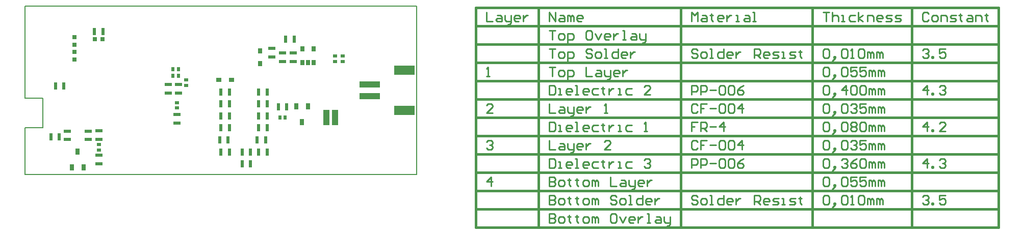
<source format=gbp>
G04*
G04 #@! TF.GenerationSoftware,Altium Limited,Altium Designer,23.10.1 (27)*
G04*
G04 Layer_Color=128*
%FSLAX44Y44*%
%MOMM*%
G71*
G04*
G04 #@! TF.SameCoordinates,12E47488-CEE1-414F-AB97-9C1FAA11A261*
G04*
G04*
G04 #@! TF.FilePolarity,Positive*
G04*
G01*
G75*
%ADD10C,0.2540*%
%ADD11C,0.2000*%
%ADD15C,0.3810*%
%ADD23R,0.5000X0.6500*%
%ADD24R,0.6500X0.5000*%
%ADD26R,1.2000X0.5500*%
%ADD27R,0.7000X0.8000*%
%ADD28R,0.5500X1.2000*%
%ADD34R,0.8000X1.0000*%
%ADD58R,3.5000X1.0000*%
%ADD59R,3.4000X1.5000*%
%ADD60R,0.8000X0.7000*%
%ADD61R,0.8000X0.9000*%
%ADD62R,0.9000X0.8000*%
%ADD64R,0.6500X0.9500*%
%ADD65R,1.0000X2.5000*%
D10*
X766007Y270185D02*
Y254950D01*
X776164D01*
X783781Y265107D02*
X788860D01*
X791399Y262568D01*
Y254950D01*
X783781D01*
X781242Y257489D01*
X783781Y260028D01*
X791399D01*
X796477Y265107D02*
Y257489D01*
X799016Y254950D01*
X806634D01*
Y252411D01*
X804095Y249872D01*
X801556D01*
X806634Y254950D02*
Y265107D01*
X819330Y254950D02*
X814251D01*
X811712Y257489D01*
Y262568D01*
X814251Y265107D01*
X819330D01*
X821869Y262568D01*
Y260028D01*
X811712D01*
X826947Y265107D02*
Y254950D01*
Y260028D01*
X829487Y262568D01*
X832026Y265107D01*
X834565D01*
X773625Y-19370D02*
Y-4135D01*
X766007Y-11753D01*
X776164D01*
X766007Y54286D02*
X768546Y56825D01*
X773625D01*
X776164Y54286D01*
Y51747D01*
X773625Y49208D01*
X771085D01*
X773625D01*
X776164Y46668D01*
Y44129D01*
X773625Y41590D01*
X768546D01*
X766007Y44129D01*
X776164Y102550D02*
X766007D01*
X776164Y112707D01*
Y115246D01*
X773625Y117785D01*
X768546D01*
X766007Y115246D01*
Y163510D02*
X771085D01*
X768546D01*
Y178745D01*
X766007Y176206D01*
X870125Y254950D02*
Y270185D01*
X880282Y254950D01*
Y270185D01*
X887899Y265107D02*
X892978D01*
X895517Y262568D01*
Y254950D01*
X887899D01*
X885360Y257489D01*
X887899Y260028D01*
X895517D01*
X900595Y254950D02*
Y265107D01*
X903134D01*
X905673Y262568D01*
Y254950D01*
Y262568D01*
X908213Y265107D01*
X910752Y262568D01*
Y254950D01*
X923448D02*
X918369D01*
X915830Y257489D01*
Y262568D01*
X918369Y265107D01*
X923448D01*
X925987Y262568D01*
Y260028D01*
X915830D01*
X870125Y-65095D02*
Y-80330D01*
X877742D01*
X880282Y-77791D01*
Y-75252D01*
X877742Y-72712D01*
X870125D01*
X877742D01*
X880282Y-70173D01*
Y-67634D01*
X877742Y-65095D01*
X870125D01*
X887899Y-80330D02*
X892978D01*
X895517Y-77791D01*
Y-72712D01*
X892978Y-70173D01*
X887899D01*
X885360Y-72712D01*
Y-77791D01*
X887899Y-80330D01*
X903134Y-67634D02*
Y-70173D01*
X900595D01*
X905673D01*
X903134D01*
Y-77791D01*
X905673Y-80330D01*
X915830Y-67634D02*
Y-70173D01*
X913291D01*
X918369D01*
X915830D01*
Y-77791D01*
X918369Y-80330D01*
X928526D02*
X933604D01*
X936143Y-77791D01*
Y-72712D01*
X933604Y-70173D01*
X928526D01*
X925987Y-72712D01*
Y-77791D01*
X928526Y-80330D01*
X941222D02*
Y-70173D01*
X943761D01*
X946300Y-72712D01*
Y-80330D01*
Y-72712D01*
X948839Y-70173D01*
X951379Y-72712D01*
Y-80330D01*
X979310Y-65095D02*
X974231D01*
X971692Y-67634D01*
Y-77791D01*
X974231Y-80330D01*
X979310D01*
X981849Y-77791D01*
Y-67634D01*
X979310Y-65095D01*
X986927Y-70173D02*
X992005Y-80330D01*
X997084Y-70173D01*
X1009780Y-80330D02*
X1004701D01*
X1002162Y-77791D01*
Y-72712D01*
X1004701Y-70173D01*
X1009780D01*
X1012319Y-72712D01*
Y-75252D01*
X1002162D01*
X1017397Y-70173D02*
Y-80330D01*
Y-75252D01*
X1019936Y-72712D01*
X1022476Y-70173D01*
X1025015D01*
X1032632Y-80330D02*
X1037711D01*
X1035172D01*
Y-65095D01*
X1032632D01*
X1047867Y-70173D02*
X1052946D01*
X1055485Y-72712D01*
Y-80330D01*
X1047867D01*
X1045328Y-77791D01*
X1047867Y-75252D01*
X1055485D01*
X1060563Y-70173D02*
Y-77791D01*
X1063102Y-80330D01*
X1070720D01*
Y-82869D01*
X1068181Y-85408D01*
X1065642D01*
X1070720Y-80330D02*
Y-70173D01*
X870125Y-34615D02*
Y-49850D01*
X877742D01*
X880282Y-47311D01*
Y-44772D01*
X877742Y-42232D01*
X870125D01*
X877742D01*
X880282Y-39693D01*
Y-37154D01*
X877742Y-34615D01*
X870125D01*
X887899Y-49850D02*
X892978D01*
X895517Y-47311D01*
Y-42232D01*
X892978Y-39693D01*
X887899D01*
X885360Y-42232D01*
Y-47311D01*
X887899Y-49850D01*
X903134Y-37154D02*
Y-39693D01*
X900595D01*
X905673D01*
X903134D01*
Y-47311D01*
X905673Y-49850D01*
X915830Y-37154D02*
Y-39693D01*
X913291D01*
X918369D01*
X915830D01*
Y-47311D01*
X918369Y-49850D01*
X928526D02*
X933604D01*
X936143Y-47311D01*
Y-42232D01*
X933604Y-39693D01*
X928526D01*
X925987Y-42232D01*
Y-47311D01*
X928526Y-49850D01*
X941222D02*
Y-39693D01*
X943761D01*
X946300Y-42232D01*
Y-49850D01*
Y-42232D01*
X948839Y-39693D01*
X951379Y-42232D01*
Y-49850D01*
X981849Y-37154D02*
X979310Y-34615D01*
X974231D01*
X971692Y-37154D01*
Y-39693D01*
X974231Y-42232D01*
X979310D01*
X981849Y-44772D01*
Y-47311D01*
X979310Y-49850D01*
X974231D01*
X971692Y-47311D01*
X989466Y-49850D02*
X994545D01*
X997084Y-47311D01*
Y-42232D01*
X994545Y-39693D01*
X989466D01*
X986927Y-42232D01*
Y-47311D01*
X989466Y-49850D01*
X1002162D02*
X1007241D01*
X1004701D01*
Y-34615D01*
X1002162D01*
X1025015D02*
Y-49850D01*
X1017397D01*
X1014858Y-47311D01*
Y-42232D01*
X1017397Y-39693D01*
X1025015D01*
X1037711Y-49850D02*
X1032632D01*
X1030093Y-47311D01*
Y-42232D01*
X1032632Y-39693D01*
X1037711D01*
X1040250Y-42232D01*
Y-44772D01*
X1030093D01*
X1045328Y-39693D02*
Y-49850D01*
Y-44772D01*
X1047867Y-42232D01*
X1050407Y-39693D01*
X1052946D01*
X870125Y-4135D02*
Y-19370D01*
X877742D01*
X880282Y-16831D01*
Y-14292D01*
X877742Y-11753D01*
X870125D01*
X877742D01*
X880282Y-9213D01*
Y-6674D01*
X877742Y-4135D01*
X870125D01*
X887899Y-19370D02*
X892978D01*
X895517Y-16831D01*
Y-11753D01*
X892978Y-9213D01*
X887899D01*
X885360Y-11753D01*
Y-16831D01*
X887899Y-19370D01*
X903134Y-6674D02*
Y-9213D01*
X900595D01*
X905673D01*
X903134D01*
Y-16831D01*
X905673Y-19370D01*
X915830Y-6674D02*
Y-9213D01*
X913291D01*
X918369D01*
X915830D01*
Y-16831D01*
X918369Y-19370D01*
X928526D02*
X933604D01*
X936143Y-16831D01*
Y-11753D01*
X933604Y-9213D01*
X928526D01*
X925987Y-11753D01*
Y-16831D01*
X928526Y-19370D01*
X941222D02*
Y-9213D01*
X943761D01*
X946300Y-11753D01*
Y-19370D01*
Y-11753D01*
X948839Y-9213D01*
X951379Y-11753D01*
Y-19370D01*
X971692Y-4135D02*
Y-19370D01*
X981849D01*
X989466Y-9213D02*
X994545D01*
X997084Y-11753D01*
Y-19370D01*
X989466D01*
X986927Y-16831D01*
X989466Y-14292D01*
X997084D01*
X1002162Y-9213D02*
Y-16831D01*
X1004701Y-19370D01*
X1012319D01*
Y-21909D01*
X1009780Y-24448D01*
X1007241D01*
X1012319Y-19370D02*
Y-9213D01*
X1025015Y-19370D02*
X1019936D01*
X1017397Y-16831D01*
Y-11753D01*
X1019936Y-9213D01*
X1025015D01*
X1027554Y-11753D01*
Y-14292D01*
X1017397D01*
X1032632Y-9213D02*
Y-19370D01*
Y-14292D01*
X1035172Y-11753D01*
X1037711Y-9213D01*
X1040250D01*
X870125Y26345D02*
Y11110D01*
X877742D01*
X880282Y13649D01*
Y23806D01*
X877742Y26345D01*
X870125D01*
X885360Y11110D02*
X890438D01*
X887899D01*
Y21267D01*
X885360D01*
X905673Y11110D02*
X900595D01*
X898056Y13649D01*
Y18728D01*
X900595Y21267D01*
X905673D01*
X908213Y18728D01*
Y16188D01*
X898056D01*
X913291Y11110D02*
X918369D01*
X915830D01*
Y26345D01*
X913291D01*
X933604Y11110D02*
X928526D01*
X925987Y13649D01*
Y18728D01*
X928526Y21267D01*
X933604D01*
X936143Y18728D01*
Y16188D01*
X925987D01*
X951379Y21267D02*
X943761D01*
X941222Y18728D01*
Y13649D01*
X943761Y11110D01*
X951379D01*
X958996Y23806D02*
Y21267D01*
X956457D01*
X961535D01*
X958996D01*
Y13649D01*
X961535Y11110D01*
X969153Y21267D02*
Y11110D01*
Y16188D01*
X971692Y18728D01*
X974231Y21267D01*
X976770D01*
X984388Y11110D02*
X989466D01*
X986927D01*
Y21267D01*
X984388D01*
X1007241D02*
X999623D01*
X997084Y18728D01*
Y13649D01*
X999623Y11110D01*
X1007241D01*
X1027554Y23806D02*
X1030093Y26345D01*
X1035172D01*
X1037711Y23806D01*
Y21267D01*
X1035172Y18728D01*
X1032632D01*
X1035172D01*
X1037711Y16188D01*
Y13649D01*
X1035172Y11110D01*
X1030093D01*
X1027554Y13649D01*
X870125Y56825D02*
Y41590D01*
X880282D01*
X887899Y51747D02*
X892978D01*
X895517Y49208D01*
Y41590D01*
X887899D01*
X885360Y44129D01*
X887899Y46668D01*
X895517D01*
X900595Y51747D02*
Y44129D01*
X903134Y41590D01*
X910752D01*
Y39051D01*
X908213Y36512D01*
X905673D01*
X910752Y41590D02*
Y51747D01*
X923448Y41590D02*
X918369D01*
X915830Y44129D01*
Y49208D01*
X918369Y51747D01*
X923448D01*
X925987Y49208D01*
Y46668D01*
X915830D01*
X931065Y51747D02*
Y41590D01*
Y46668D01*
X933604Y49208D01*
X936143Y51747D01*
X938683D01*
X971692Y41590D02*
X961535D01*
X971692Y51747D01*
Y54286D01*
X969153Y56825D01*
X964074D01*
X961535Y54286D01*
X870125Y87305D02*
Y72070D01*
X877742D01*
X880282Y74609D01*
Y84766D01*
X877742Y87305D01*
X870125D01*
X885360Y72070D02*
X890438D01*
X887899D01*
Y82227D01*
X885360D01*
X905673Y72070D02*
X900595D01*
X898056Y74609D01*
Y79688D01*
X900595Y82227D01*
X905673D01*
X908213Y79688D01*
Y77148D01*
X898056D01*
X913291Y72070D02*
X918369D01*
X915830D01*
Y87305D01*
X913291D01*
X933604Y72070D02*
X928526D01*
X925987Y74609D01*
Y79688D01*
X928526Y82227D01*
X933604D01*
X936143Y79688D01*
Y77148D01*
X925987D01*
X951379Y82227D02*
X943761D01*
X941222Y79688D01*
Y74609D01*
X943761Y72070D01*
X951379D01*
X958996Y84766D02*
Y82227D01*
X956457D01*
X961535D01*
X958996D01*
Y74609D01*
X961535Y72070D01*
X969153Y82227D02*
Y72070D01*
Y77148D01*
X971692Y79688D01*
X974231Y82227D01*
X976770D01*
X984388Y72070D02*
X989466D01*
X986927D01*
Y82227D01*
X984388D01*
X1007241D02*
X999623D01*
X997084Y79688D01*
Y74609D01*
X999623Y72070D01*
X1007241D01*
X1027554D02*
X1032632D01*
X1030093D01*
Y87305D01*
X1027554Y84766D01*
X870125Y117785D02*
Y102550D01*
X880282D01*
X887899Y112707D02*
X892978D01*
X895517Y110168D01*
Y102550D01*
X887899D01*
X885360Y105089D01*
X887899Y107628D01*
X895517D01*
X900595Y112707D02*
Y105089D01*
X903134Y102550D01*
X910752D01*
Y100011D01*
X908213Y97472D01*
X905673D01*
X910752Y102550D02*
Y112707D01*
X923448Y102550D02*
X918369D01*
X915830Y105089D01*
Y110168D01*
X918369Y112707D01*
X923448D01*
X925987Y110168D01*
Y107628D01*
X915830D01*
X931065Y112707D02*
Y102550D01*
Y107628D01*
X933604Y110168D01*
X936143Y112707D01*
X938683D01*
X961535Y102550D02*
X966614D01*
X964074D01*
Y117785D01*
X961535Y115246D01*
X870125Y148265D02*
Y133030D01*
X877742D01*
X880282Y135569D01*
Y145726D01*
X877742Y148265D01*
X870125D01*
X885360Y133030D02*
X890438D01*
X887899D01*
Y143187D01*
X885360D01*
X905673Y133030D02*
X900595D01*
X898056Y135569D01*
Y140647D01*
X900595Y143187D01*
X905673D01*
X908213Y140647D01*
Y138108D01*
X898056D01*
X913291Y133030D02*
X918369D01*
X915830D01*
Y148265D01*
X913291D01*
X933604Y133030D02*
X928526D01*
X925987Y135569D01*
Y140647D01*
X928526Y143187D01*
X933604D01*
X936143Y140647D01*
Y138108D01*
X925987D01*
X951379Y143187D02*
X943761D01*
X941222Y140647D01*
Y135569D01*
X943761Y133030D01*
X951379D01*
X958996Y145726D02*
Y143187D01*
X956457D01*
X961535D01*
X958996D01*
Y135569D01*
X961535Y133030D01*
X969153Y143187D02*
Y133030D01*
Y138108D01*
X971692Y140647D01*
X974231Y143187D01*
X976770D01*
X984388Y133030D02*
X989466D01*
X986927D01*
Y143187D01*
X984388D01*
X1007241D02*
X999623D01*
X997084Y140647D01*
Y135569D01*
X999623Y133030D01*
X1007241D01*
X1037711D02*
X1027554D01*
X1037711Y143187D01*
Y145726D01*
X1035172Y148265D01*
X1030093D01*
X1027554Y145726D01*
X870125Y178745D02*
X880282D01*
X875203D01*
Y163510D01*
X887899D02*
X892978D01*
X895517Y166049D01*
Y171127D01*
X892978Y173667D01*
X887899D01*
X885360Y171127D01*
Y166049D01*
X887899Y163510D01*
X900595Y158432D02*
Y173667D01*
X908213D01*
X910752Y171127D01*
Y166049D01*
X908213Y163510D01*
X900595D01*
X931065Y178745D02*
Y163510D01*
X941222D01*
X948839Y173667D02*
X953918D01*
X956457Y171127D01*
Y163510D01*
X948839D01*
X946300Y166049D01*
X948839Y168588D01*
X956457D01*
X961535Y173667D02*
Y166049D01*
X964074Y163510D01*
X971692D01*
Y160971D01*
X969153Y158432D01*
X966614D01*
X971692Y163510D02*
Y173667D01*
X984388Y163510D02*
X979310D01*
X976770Y166049D01*
Y171127D01*
X979310Y173667D01*
X984388D01*
X986927Y171127D01*
Y168588D01*
X976770D01*
X992005Y173667D02*
Y163510D01*
Y168588D01*
X994545Y171127D01*
X997084Y173667D01*
X999623D01*
X870125Y209225D02*
X880282D01*
X875203D01*
Y193990D01*
X887899D02*
X892978D01*
X895517Y196529D01*
Y201607D01*
X892978Y204147D01*
X887899D01*
X885360Y201607D01*
Y196529D01*
X887899Y193990D01*
X900595Y188912D02*
Y204147D01*
X908213D01*
X910752Y201607D01*
Y196529D01*
X908213Y193990D01*
X900595D01*
X941222Y206686D02*
X938683Y209225D01*
X933604D01*
X931065Y206686D01*
Y204147D01*
X933604Y201607D01*
X938683D01*
X941222Y199068D01*
Y196529D01*
X938683Y193990D01*
X933604D01*
X931065Y196529D01*
X948839Y193990D02*
X953918D01*
X956457Y196529D01*
Y201607D01*
X953918Y204147D01*
X948839D01*
X946300Y201607D01*
Y196529D01*
X948839Y193990D01*
X961535D02*
X966614D01*
X964074D01*
Y209225D01*
X961535D01*
X984388D02*
Y193990D01*
X976770D01*
X974231Y196529D01*
Y201607D01*
X976770Y204147D01*
X984388D01*
X997084Y193990D02*
X992005D01*
X989466Y196529D01*
Y201607D01*
X992005Y204147D01*
X997084D01*
X999623Y201607D01*
Y199068D01*
X989466D01*
X1004701Y204147D02*
Y193990D01*
Y199068D01*
X1007241Y201607D01*
X1009780Y204147D01*
X1012319D01*
X870125Y239705D02*
X880282D01*
X875203D01*
Y224470D01*
X887899D02*
X892978D01*
X895517Y227009D01*
Y232087D01*
X892978Y234627D01*
X887899D01*
X885360Y232087D01*
Y227009D01*
X887899Y224470D01*
X900595Y219392D02*
Y234627D01*
X908213D01*
X910752Y232087D01*
Y227009D01*
X908213Y224470D01*
X900595D01*
X938683Y239705D02*
X933604D01*
X931065Y237166D01*
Y227009D01*
X933604Y224470D01*
X938683D01*
X941222Y227009D01*
Y237166D01*
X938683Y239705D01*
X946300Y234627D02*
X951379Y224470D01*
X956457Y234627D01*
X969153Y224470D02*
X964074D01*
X961535Y227009D01*
Y232087D01*
X964074Y234627D01*
X969153D01*
X971692Y232087D01*
Y229548D01*
X961535D01*
X976770Y234627D02*
Y224470D01*
Y229548D01*
X979310Y232087D01*
X981849Y234627D01*
X984388D01*
X992005Y224470D02*
X997084D01*
X994545D01*
Y239705D01*
X992005D01*
X1007241Y234627D02*
X1012319D01*
X1014858Y232087D01*
Y224470D01*
X1007241D01*
X1004701Y227009D01*
X1007241Y229548D01*
X1014858D01*
X1019936Y234627D02*
Y227009D01*
X1022476Y224470D01*
X1030093D01*
Y221931D01*
X1027554Y219392D01*
X1025015D01*
X1030093Y224470D02*
Y234627D01*
X1106280Y254950D02*
Y270185D01*
X1111358Y265107D01*
X1116437Y270185D01*
Y254950D01*
X1124054Y265107D02*
X1129133D01*
X1131672Y262568D01*
Y254950D01*
X1124054D01*
X1121515Y257489D01*
X1124054Y260028D01*
X1131672D01*
X1139289Y267646D02*
Y265107D01*
X1136750D01*
X1141829D01*
X1139289D01*
Y257489D01*
X1141829Y254950D01*
X1157064D02*
X1151985D01*
X1149446Y257489D01*
Y262568D01*
X1151985Y265107D01*
X1157064D01*
X1159603Y262568D01*
Y260028D01*
X1149446D01*
X1164681Y265107D02*
Y254950D01*
Y260028D01*
X1167220Y262568D01*
X1169760Y265107D01*
X1172299D01*
X1179916Y254950D02*
X1184995D01*
X1182455D01*
Y265107D01*
X1179916D01*
X1195151D02*
X1200230D01*
X1202769Y262568D01*
Y254950D01*
X1195151D01*
X1192612Y257489D01*
X1195151Y260028D01*
X1202769D01*
X1207847Y254950D02*
X1212925D01*
X1210386D01*
Y270185D01*
X1207847D01*
X1116437Y-37154D02*
X1113897Y-34615D01*
X1108819D01*
X1106280Y-37154D01*
Y-39693D01*
X1108819Y-42232D01*
X1113897D01*
X1116437Y-44772D01*
Y-47311D01*
X1113897Y-49850D01*
X1108819D01*
X1106280Y-47311D01*
X1124054Y-49850D02*
X1129133D01*
X1131672Y-47311D01*
Y-42232D01*
X1129133Y-39693D01*
X1124054D01*
X1121515Y-42232D01*
Y-47311D01*
X1124054Y-49850D01*
X1136750D02*
X1141829D01*
X1139289D01*
Y-34615D01*
X1136750D01*
X1159603D02*
Y-49850D01*
X1151985D01*
X1149446Y-47311D01*
Y-42232D01*
X1151985Y-39693D01*
X1159603D01*
X1172299Y-49850D02*
X1167220D01*
X1164681Y-47311D01*
Y-42232D01*
X1167220Y-39693D01*
X1172299D01*
X1174838Y-42232D01*
Y-44772D01*
X1164681D01*
X1179916Y-39693D02*
Y-49850D01*
Y-44772D01*
X1182455Y-42232D01*
X1184995Y-39693D01*
X1187534D01*
X1210386Y-49850D02*
Y-34615D01*
X1218004D01*
X1220543Y-37154D01*
Y-42232D01*
X1218004Y-44772D01*
X1210386D01*
X1215465D02*
X1220543Y-49850D01*
X1233239D02*
X1228161D01*
X1225621Y-47311D01*
Y-42232D01*
X1228161Y-39693D01*
X1233239D01*
X1235778Y-42232D01*
Y-44772D01*
X1225621D01*
X1240856Y-49850D02*
X1248474D01*
X1251013Y-47311D01*
X1248474Y-44772D01*
X1243396D01*
X1240856Y-42232D01*
X1243396Y-39693D01*
X1251013D01*
X1256092Y-49850D02*
X1261170D01*
X1258631D01*
Y-39693D01*
X1256092D01*
X1268787Y-49850D02*
X1276405D01*
X1278944Y-47311D01*
X1276405Y-44772D01*
X1271327D01*
X1268787Y-42232D01*
X1271327Y-39693D01*
X1278944D01*
X1286562Y-37154D02*
Y-39693D01*
X1284023D01*
X1289101D01*
X1286562D01*
Y-47311D01*
X1289101Y-49850D01*
X1106280Y11110D02*
Y26345D01*
X1113897D01*
X1116437Y23806D01*
Y18728D01*
X1113897Y16188D01*
X1106280D01*
X1121515Y11110D02*
Y26345D01*
X1129133D01*
X1131672Y23806D01*
Y18728D01*
X1129133Y16188D01*
X1121515D01*
X1136750Y18728D02*
X1146907D01*
X1151985Y23806D02*
X1154524Y26345D01*
X1159603D01*
X1162142Y23806D01*
Y13649D01*
X1159603Y11110D01*
X1154524D01*
X1151985Y13649D01*
Y23806D01*
X1167220D02*
X1169760Y26345D01*
X1174838D01*
X1177377Y23806D01*
Y13649D01*
X1174838Y11110D01*
X1169760D01*
X1167220Y13649D01*
Y23806D01*
X1192612Y26345D02*
X1187534Y23806D01*
X1182455Y18728D01*
Y13649D01*
X1184995Y11110D01*
X1190073D01*
X1192612Y13649D01*
Y16188D01*
X1190073Y18728D01*
X1182455D01*
X1116437Y54286D02*
X1113897Y56825D01*
X1108819D01*
X1106280Y54286D01*
Y44129D01*
X1108819Y41590D01*
X1113897D01*
X1116437Y44129D01*
X1131672Y56825D02*
X1121515D01*
Y49208D01*
X1126593D01*
X1121515D01*
Y41590D01*
X1136750Y49208D02*
X1146907D01*
X1151985Y54286D02*
X1154524Y56825D01*
X1159603D01*
X1162142Y54286D01*
Y44129D01*
X1159603Y41590D01*
X1154524D01*
X1151985Y44129D01*
Y54286D01*
X1167220D02*
X1169760Y56825D01*
X1174838D01*
X1177377Y54286D01*
Y44129D01*
X1174838Y41590D01*
X1169760D01*
X1167220Y44129D01*
Y54286D01*
X1190073Y41590D02*
Y56825D01*
X1182455Y49208D01*
X1192612D01*
X1116437Y87305D02*
X1106280D01*
Y79688D01*
X1111358D01*
X1106280D01*
Y72070D01*
X1121515D02*
Y87305D01*
X1129133D01*
X1131672Y84766D01*
Y79688D01*
X1129133Y77148D01*
X1121515D01*
X1126593D02*
X1131672Y72070D01*
X1136750Y79688D02*
X1146907D01*
X1159603Y72070D02*
Y87305D01*
X1151985Y79688D01*
X1162142D01*
X1116437Y115246D02*
X1113897Y117785D01*
X1108819D01*
X1106280Y115246D01*
Y105089D01*
X1108819Y102550D01*
X1113897D01*
X1116437Y105089D01*
X1131672Y117785D02*
X1121515D01*
Y110168D01*
X1126593D01*
X1121515D01*
Y102550D01*
X1136750Y110168D02*
X1146907D01*
X1151985Y115246D02*
X1154524Y117785D01*
X1159603D01*
X1162142Y115246D01*
Y105089D01*
X1159603Y102550D01*
X1154524D01*
X1151985Y105089D01*
Y115246D01*
X1167220D02*
X1169760Y117785D01*
X1174838D01*
X1177377Y115246D01*
Y105089D01*
X1174838Y102550D01*
X1169760D01*
X1167220Y105089D01*
Y115246D01*
X1190073Y102550D02*
Y117785D01*
X1182455Y110168D01*
X1192612D01*
X1106280Y133030D02*
Y148265D01*
X1113897D01*
X1116437Y145726D01*
Y140647D01*
X1113897Y138108D01*
X1106280D01*
X1121515Y133030D02*
Y148265D01*
X1129133D01*
X1131672Y145726D01*
Y140647D01*
X1129133Y138108D01*
X1121515D01*
X1136750Y140647D02*
X1146907D01*
X1151985Y145726D02*
X1154524Y148265D01*
X1159603D01*
X1162142Y145726D01*
Y135569D01*
X1159603Y133030D01*
X1154524D01*
X1151985Y135569D01*
Y145726D01*
X1167220D02*
X1169760Y148265D01*
X1174838D01*
X1177377Y145726D01*
Y135569D01*
X1174838Y133030D01*
X1169760D01*
X1167220Y135569D01*
Y145726D01*
X1192612Y148265D02*
X1187534Y145726D01*
X1182455Y140647D01*
Y135569D01*
X1184995Y133030D01*
X1190073D01*
X1192612Y135569D01*
Y138108D01*
X1190073Y140647D01*
X1182455D01*
X1116437Y206686D02*
X1113897Y209225D01*
X1108819D01*
X1106280Y206686D01*
Y204147D01*
X1108819Y201607D01*
X1113897D01*
X1116437Y199068D01*
Y196529D01*
X1113897Y193990D01*
X1108819D01*
X1106280Y196529D01*
X1124054Y193990D02*
X1129133D01*
X1131672Y196529D01*
Y201607D01*
X1129133Y204147D01*
X1124054D01*
X1121515Y201607D01*
Y196529D01*
X1124054Y193990D01*
X1136750D02*
X1141829D01*
X1139289D01*
Y209225D01*
X1136750D01*
X1159603D02*
Y193990D01*
X1151985D01*
X1149446Y196529D01*
Y201607D01*
X1151985Y204147D01*
X1159603D01*
X1172299Y193990D02*
X1167220D01*
X1164681Y196529D01*
Y201607D01*
X1167220Y204147D01*
X1172299D01*
X1174838Y201607D01*
Y199068D01*
X1164681D01*
X1179916Y204147D02*
Y193990D01*
Y199068D01*
X1182455Y201607D01*
X1184995Y204147D01*
X1187534D01*
X1210386Y193990D02*
Y209225D01*
X1218004D01*
X1220543Y206686D01*
Y201607D01*
X1218004Y199068D01*
X1210386D01*
X1215465D02*
X1220543Y193990D01*
X1233239D02*
X1228161D01*
X1225621Y196529D01*
Y201607D01*
X1228161Y204147D01*
X1233239D01*
X1235778Y201607D01*
Y199068D01*
X1225621D01*
X1240856Y193990D02*
X1248474D01*
X1251013Y196529D01*
X1248474Y199068D01*
X1243396D01*
X1240856Y201607D01*
X1243396Y204147D01*
X1251013D01*
X1256092Y193990D02*
X1261170D01*
X1258631D01*
Y204147D01*
X1256092D01*
X1268787Y193990D02*
X1276405D01*
X1278944Y196529D01*
X1276405Y199068D01*
X1271327D01*
X1268787Y201607D01*
X1271327Y204147D01*
X1278944D01*
X1286562Y206686D02*
Y204147D01*
X1284023D01*
X1289101D01*
X1286562D01*
Y196529D01*
X1289101Y193990D01*
X1324661Y270185D02*
X1334818D01*
X1329739D01*
Y254950D01*
X1339896Y270185D02*
Y254950D01*
Y262568D01*
X1342435Y265107D01*
X1347513D01*
X1350053Y262568D01*
Y254950D01*
X1355131D02*
X1360209D01*
X1357670D01*
Y265107D01*
X1355131D01*
X1377984D02*
X1370366D01*
X1367827Y262568D01*
Y257489D01*
X1370366Y254950D01*
X1377984D01*
X1383062D02*
Y270185D01*
Y260028D02*
X1390679Y265107D01*
X1383062Y260028D02*
X1390679Y254950D01*
X1398297D02*
Y265107D01*
X1405915D01*
X1408454Y262568D01*
Y254950D01*
X1421150D02*
X1416071D01*
X1413532Y257489D01*
Y262568D01*
X1416071Y265107D01*
X1421150D01*
X1423689Y262568D01*
Y260028D01*
X1413532D01*
X1428767Y254950D02*
X1436385D01*
X1438924Y257489D01*
X1436385Y260028D01*
X1431306D01*
X1428767Y262568D01*
X1431306Y265107D01*
X1438924D01*
X1444002Y254950D02*
X1451620D01*
X1454159Y257489D01*
X1451620Y260028D01*
X1446541D01*
X1444002Y262568D01*
X1446541Y265107D01*
X1454159D01*
X1324661Y-37154D02*
X1327200Y-34615D01*
X1332278D01*
X1334818Y-37154D01*
Y-47311D01*
X1332278Y-49850D01*
X1327200D01*
X1324661Y-47311D01*
Y-37154D01*
X1342435Y-52389D02*
X1344974Y-49850D01*
Y-47311D01*
X1342435D01*
Y-49850D01*
X1344974D01*
X1342435Y-52389D01*
X1339896Y-54928D01*
X1355131Y-37154D02*
X1357670Y-34615D01*
X1362749D01*
X1365288Y-37154D01*
Y-47311D01*
X1362749Y-49850D01*
X1357670D01*
X1355131Y-47311D01*
Y-37154D01*
X1370366Y-49850D02*
X1375444D01*
X1372905D01*
Y-34615D01*
X1370366Y-37154D01*
X1383062D02*
X1385601Y-34615D01*
X1390679D01*
X1393219Y-37154D01*
Y-47311D01*
X1390679Y-49850D01*
X1385601D01*
X1383062Y-47311D01*
Y-37154D01*
X1398297Y-49850D02*
Y-39693D01*
X1400836D01*
X1403375Y-42232D01*
Y-49850D01*
Y-42232D01*
X1405915Y-39693D01*
X1408454Y-42232D01*
Y-49850D01*
X1413532D02*
Y-39693D01*
X1416071D01*
X1418610Y-42232D01*
Y-49850D01*
Y-42232D01*
X1421150Y-39693D01*
X1423689Y-42232D01*
Y-49850D01*
X1324661Y-6674D02*
X1327200Y-4135D01*
X1332278D01*
X1334818Y-6674D01*
Y-16831D01*
X1332278Y-19370D01*
X1327200D01*
X1324661Y-16831D01*
Y-6674D01*
X1342435Y-21909D02*
X1344974Y-19370D01*
Y-16831D01*
X1342435D01*
Y-19370D01*
X1344974D01*
X1342435Y-21909D01*
X1339896Y-24448D01*
X1355131Y-6674D02*
X1357670Y-4135D01*
X1362749D01*
X1365288Y-6674D01*
Y-16831D01*
X1362749Y-19370D01*
X1357670D01*
X1355131Y-16831D01*
Y-6674D01*
X1380523Y-4135D02*
X1370366D01*
Y-11753D01*
X1375444Y-9213D01*
X1377984D01*
X1380523Y-11753D01*
Y-16831D01*
X1377984Y-19370D01*
X1372905D01*
X1370366Y-16831D01*
X1395758Y-4135D02*
X1385601D01*
Y-11753D01*
X1390679Y-9213D01*
X1393219D01*
X1395758Y-11753D01*
Y-16831D01*
X1393219Y-19370D01*
X1388140D01*
X1385601Y-16831D01*
X1400836Y-19370D02*
Y-9213D01*
X1403375D01*
X1405915Y-11753D01*
Y-19370D01*
Y-11753D01*
X1408454Y-9213D01*
X1410993Y-11753D01*
Y-19370D01*
X1416071D02*
Y-9213D01*
X1418611D01*
X1421150Y-11753D01*
Y-19370D01*
Y-11753D01*
X1423689Y-9213D01*
X1426228Y-11753D01*
Y-19370D01*
X1324661Y23806D02*
X1327200Y26345D01*
X1332278D01*
X1334818Y23806D01*
Y13649D01*
X1332278Y11110D01*
X1327200D01*
X1324661Y13649D01*
Y23806D01*
X1342435Y8571D02*
X1344974Y11110D01*
Y13649D01*
X1342435D01*
Y11110D01*
X1344974D01*
X1342435Y8571D01*
X1339896Y6032D01*
X1355131Y23806D02*
X1357670Y26345D01*
X1362749D01*
X1365288Y23806D01*
Y21267D01*
X1362749Y18728D01*
X1360209D01*
X1362749D01*
X1365288Y16188D01*
Y13649D01*
X1362749Y11110D01*
X1357670D01*
X1355131Y13649D01*
X1380523Y26345D02*
X1375444Y23806D01*
X1370366Y18728D01*
Y13649D01*
X1372905Y11110D01*
X1377984D01*
X1380523Y13649D01*
Y16188D01*
X1377984Y18728D01*
X1370366D01*
X1385601Y23806D02*
X1388140Y26345D01*
X1393219D01*
X1395758Y23806D01*
Y13649D01*
X1393219Y11110D01*
X1388140D01*
X1385601Y13649D01*
Y23806D01*
X1400836Y11110D02*
Y21267D01*
X1403375D01*
X1405915Y18728D01*
Y11110D01*
Y18728D01*
X1408454Y21267D01*
X1410993Y18728D01*
Y11110D01*
X1416071D02*
Y21267D01*
X1418611D01*
X1421150Y18728D01*
Y11110D01*
Y18728D01*
X1423689Y21267D01*
X1426228Y18728D01*
Y11110D01*
X1324661Y54286D02*
X1327200Y56825D01*
X1332278D01*
X1334818Y54286D01*
Y44129D01*
X1332278Y41590D01*
X1327200D01*
X1324661Y44129D01*
Y54286D01*
X1342435Y39051D02*
X1344974Y41590D01*
Y44129D01*
X1342435D01*
Y41590D01*
X1344974D01*
X1342435Y39051D01*
X1339896Y36512D01*
X1355131Y54286D02*
X1357670Y56825D01*
X1362749D01*
X1365288Y54286D01*
Y44129D01*
X1362749Y41590D01*
X1357670D01*
X1355131Y44129D01*
Y54286D01*
X1370366D02*
X1372905Y56825D01*
X1377984D01*
X1380523Y54286D01*
Y51747D01*
X1377984Y49208D01*
X1375444D01*
X1377984D01*
X1380523Y46668D01*
Y44129D01*
X1377984Y41590D01*
X1372905D01*
X1370366Y44129D01*
X1395758Y56825D02*
X1385601D01*
Y49208D01*
X1390679Y51747D01*
X1393219D01*
X1395758Y49208D01*
Y44129D01*
X1393219Y41590D01*
X1388140D01*
X1385601Y44129D01*
X1400836Y41590D02*
Y51747D01*
X1403375D01*
X1405915Y49208D01*
Y41590D01*
Y49208D01*
X1408454Y51747D01*
X1410993Y49208D01*
Y41590D01*
X1416071D02*
Y51747D01*
X1418611D01*
X1421150Y49208D01*
Y41590D01*
Y49208D01*
X1423689Y51747D01*
X1426228Y49208D01*
Y41590D01*
X1324661Y84766D02*
X1327200Y87305D01*
X1332278D01*
X1334818Y84766D01*
Y74609D01*
X1332278Y72070D01*
X1327200D01*
X1324661Y74609D01*
Y84766D01*
X1342435Y69531D02*
X1344974Y72070D01*
Y74609D01*
X1342435D01*
Y72070D01*
X1344974D01*
X1342435Y69531D01*
X1339896Y66992D01*
X1355131Y84766D02*
X1357670Y87305D01*
X1362749D01*
X1365288Y84766D01*
Y74609D01*
X1362749Y72070D01*
X1357670D01*
X1355131Y74609D01*
Y84766D01*
X1370366D02*
X1372905Y87305D01*
X1377984D01*
X1380523Y84766D01*
Y82227D01*
X1377984Y79688D01*
X1380523Y77148D01*
Y74609D01*
X1377984Y72070D01*
X1372905D01*
X1370366Y74609D01*
Y77148D01*
X1372905Y79688D01*
X1370366Y82227D01*
Y84766D01*
X1372905Y79688D02*
X1377984D01*
X1385601Y84766D02*
X1388140Y87305D01*
X1393219D01*
X1395758Y84766D01*
Y74609D01*
X1393219Y72070D01*
X1388140D01*
X1385601Y74609D01*
Y84766D01*
X1400836Y72070D02*
Y82227D01*
X1403375D01*
X1405915Y79688D01*
Y72070D01*
Y79688D01*
X1408454Y82227D01*
X1410993Y79688D01*
Y72070D01*
X1416071D02*
Y82227D01*
X1418611D01*
X1421150Y79688D01*
Y72070D01*
Y79688D01*
X1423689Y82227D01*
X1426228Y79688D01*
Y72070D01*
X1324661Y115246D02*
X1327200Y117785D01*
X1332278D01*
X1334818Y115246D01*
Y105089D01*
X1332278Y102550D01*
X1327200D01*
X1324661Y105089D01*
Y115246D01*
X1342435Y100011D02*
X1344974Y102550D01*
Y105089D01*
X1342435D01*
Y102550D01*
X1344974D01*
X1342435Y100011D01*
X1339896Y97472D01*
X1355131Y115246D02*
X1357670Y117785D01*
X1362749D01*
X1365288Y115246D01*
Y105089D01*
X1362749Y102550D01*
X1357670D01*
X1355131Y105089D01*
Y115246D01*
X1370366D02*
X1372905Y117785D01*
X1377984D01*
X1380523Y115246D01*
Y112707D01*
X1377984Y110168D01*
X1375444D01*
X1377984D01*
X1380523Y107628D01*
Y105089D01*
X1377984Y102550D01*
X1372905D01*
X1370366Y105089D01*
X1395758Y117785D02*
X1385601D01*
Y110168D01*
X1390679Y112707D01*
X1393219D01*
X1395758Y110168D01*
Y105089D01*
X1393219Y102550D01*
X1388140D01*
X1385601Y105089D01*
X1400836Y102550D02*
Y112707D01*
X1403375D01*
X1405915Y110168D01*
Y102550D01*
Y110168D01*
X1408454Y112707D01*
X1410993Y110168D01*
Y102550D01*
X1416071D02*
Y112707D01*
X1418611D01*
X1421150Y110168D01*
Y102550D01*
Y110168D01*
X1423689Y112707D01*
X1426228Y110168D01*
Y102550D01*
X1324661Y145726D02*
X1327200Y148265D01*
X1332278D01*
X1334818Y145726D01*
Y135569D01*
X1332278Y133030D01*
X1327200D01*
X1324661Y135569D01*
Y145726D01*
X1342435Y130491D02*
X1344974Y133030D01*
Y135569D01*
X1342435D01*
Y133030D01*
X1344974D01*
X1342435Y130491D01*
X1339896Y127952D01*
X1362749Y133030D02*
Y148265D01*
X1355131Y140647D01*
X1365288D01*
X1370366Y145726D02*
X1372905Y148265D01*
X1377984D01*
X1380523Y145726D01*
Y135569D01*
X1377984Y133030D01*
X1372905D01*
X1370366Y135569D01*
Y145726D01*
X1385601D02*
X1388140Y148265D01*
X1393219D01*
X1395758Y145726D01*
Y135569D01*
X1393219Y133030D01*
X1388140D01*
X1385601Y135569D01*
Y145726D01*
X1400836Y133030D02*
Y143187D01*
X1403375D01*
X1405915Y140647D01*
Y133030D01*
Y140647D01*
X1408454Y143187D01*
X1410993Y140647D01*
Y133030D01*
X1416071D02*
Y143187D01*
X1418611D01*
X1421150Y140647D01*
Y133030D01*
Y140647D01*
X1423689Y143187D01*
X1426228Y140647D01*
Y133030D01*
X1324661Y176206D02*
X1327200Y178745D01*
X1332278D01*
X1334818Y176206D01*
Y166049D01*
X1332278Y163510D01*
X1327200D01*
X1324661Y166049D01*
Y176206D01*
X1342435Y160971D02*
X1344974Y163510D01*
Y166049D01*
X1342435D01*
Y163510D01*
X1344974D01*
X1342435Y160971D01*
X1339896Y158432D01*
X1355131Y176206D02*
X1357670Y178745D01*
X1362749D01*
X1365288Y176206D01*
Y166049D01*
X1362749Y163510D01*
X1357670D01*
X1355131Y166049D01*
Y176206D01*
X1380523Y178745D02*
X1370366D01*
Y171127D01*
X1375444Y173667D01*
X1377984D01*
X1380523Y171127D01*
Y166049D01*
X1377984Y163510D01*
X1372905D01*
X1370366Y166049D01*
X1395758Y178745D02*
X1385601D01*
Y171127D01*
X1390679Y173667D01*
X1393219D01*
X1395758Y171127D01*
Y166049D01*
X1393219Y163510D01*
X1388140D01*
X1385601Y166049D01*
X1400836Y163510D02*
Y173667D01*
X1403375D01*
X1405915Y171127D01*
Y163510D01*
Y171127D01*
X1408454Y173667D01*
X1410993Y171127D01*
Y163510D01*
X1416071D02*
Y173667D01*
X1418611D01*
X1421150Y171127D01*
Y163510D01*
Y171127D01*
X1423689Y173667D01*
X1426228Y171127D01*
Y163510D01*
X1324661Y206686D02*
X1327200Y209225D01*
X1332278D01*
X1334818Y206686D01*
Y196529D01*
X1332278Y193990D01*
X1327200D01*
X1324661Y196529D01*
Y206686D01*
X1342435Y191451D02*
X1344974Y193990D01*
Y196529D01*
X1342435D01*
Y193990D01*
X1344974D01*
X1342435Y191451D01*
X1339896Y188912D01*
X1355131Y206686D02*
X1357670Y209225D01*
X1362749D01*
X1365288Y206686D01*
Y196529D01*
X1362749Y193990D01*
X1357670D01*
X1355131Y196529D01*
Y206686D01*
X1370366Y193990D02*
X1375444D01*
X1372905D01*
Y209225D01*
X1370366Y206686D01*
X1383062D02*
X1385601Y209225D01*
X1390679D01*
X1393219Y206686D01*
Y196529D01*
X1390679Y193990D01*
X1385601D01*
X1383062Y196529D01*
Y206686D01*
X1398297Y193990D02*
Y204147D01*
X1400836D01*
X1403375Y201607D01*
Y193990D01*
Y201607D01*
X1405915Y204147D01*
X1408454Y201607D01*
Y193990D01*
X1413532D02*
Y204147D01*
X1416071D01*
X1418610Y201607D01*
Y193990D01*
Y201607D01*
X1421150Y204147D01*
X1423689Y201607D01*
Y193990D01*
X1499876Y267646D02*
X1497336Y270185D01*
X1492258D01*
X1489719Y267646D01*
Y257489D01*
X1492258Y254950D01*
X1497336D01*
X1499876Y257489D01*
X1507493Y254950D02*
X1512572D01*
X1515111Y257489D01*
Y262568D01*
X1512572Y265107D01*
X1507493D01*
X1504954Y262568D01*
Y257489D01*
X1507493Y254950D01*
X1520189D02*
Y265107D01*
X1527807D01*
X1530346Y262568D01*
Y254950D01*
X1535424D02*
X1543042D01*
X1545581Y257489D01*
X1543042Y260028D01*
X1537963D01*
X1535424Y262568D01*
X1537963Y265107D01*
X1545581D01*
X1553198Y267646D02*
Y265107D01*
X1550659D01*
X1555738D01*
X1553198D01*
Y257489D01*
X1555738Y254950D01*
X1565894Y265107D02*
X1570973D01*
X1573512Y262568D01*
Y254950D01*
X1565894D01*
X1563355Y257489D01*
X1565894Y260028D01*
X1573512D01*
X1578590Y254950D02*
Y265107D01*
X1586208D01*
X1588747Y262568D01*
Y254950D01*
X1596364Y267646D02*
Y265107D01*
X1593825D01*
X1598904D01*
X1596364D01*
Y257489D01*
X1598904Y254950D01*
X1489719Y-37154D02*
X1492258Y-34615D01*
X1497336D01*
X1499876Y-37154D01*
Y-39693D01*
X1497336Y-42232D01*
X1494797D01*
X1497336D01*
X1499876Y-44772D01*
Y-47311D01*
X1497336Y-49850D01*
X1492258D01*
X1489719Y-47311D01*
X1504954Y-49850D02*
Y-47311D01*
X1507493D01*
Y-49850D01*
X1504954D01*
X1527807Y-34615D02*
X1517650D01*
Y-42232D01*
X1522728Y-39693D01*
X1525267D01*
X1527807Y-42232D01*
Y-47311D01*
X1525267Y-49850D01*
X1520189D01*
X1517650Y-47311D01*
X1497336Y11110D02*
Y26345D01*
X1489719Y18728D01*
X1499876D01*
X1504954Y11110D02*
Y13649D01*
X1507493D01*
Y11110D01*
X1504954D01*
X1517650Y23806D02*
X1520189Y26345D01*
X1525267D01*
X1527807Y23806D01*
Y21267D01*
X1525267Y18728D01*
X1522728D01*
X1525267D01*
X1527807Y16188D01*
Y13649D01*
X1525267Y11110D01*
X1520189D01*
X1517650Y13649D01*
X1497336Y72070D02*
Y87305D01*
X1489719Y79688D01*
X1499876D01*
X1504954Y72070D02*
Y74609D01*
X1507493D01*
Y72070D01*
X1504954D01*
X1527807D02*
X1517650D01*
X1527807Y82227D01*
Y84766D01*
X1525267Y87305D01*
X1520189D01*
X1517650Y84766D01*
X1497336Y133030D02*
Y148265D01*
X1489719Y140647D01*
X1499876D01*
X1504954Y133030D02*
Y135569D01*
X1507493D01*
Y133030D01*
X1504954D01*
X1517650Y145726D02*
X1520189Y148265D01*
X1525267D01*
X1527807Y145726D01*
Y143187D01*
X1525267Y140647D01*
X1522728D01*
X1525267D01*
X1527807Y138108D01*
Y135569D01*
X1525267Y133030D01*
X1520189D01*
X1517650Y135569D01*
X1489719Y206686D02*
X1492258Y209225D01*
X1497336D01*
X1499876Y206686D01*
Y204147D01*
X1497336Y201607D01*
X1494797D01*
X1497336D01*
X1499876Y199068D01*
Y196529D01*
X1497336Y193990D01*
X1492258D01*
X1489719Y196529D01*
X1504954Y193990D02*
Y196529D01*
X1507493D01*
Y193990D01*
X1504954D01*
X1527807Y209225D02*
X1517650D01*
Y201607D01*
X1522728Y204147D01*
X1525267D01*
X1527807Y201607D01*
Y196529D01*
X1525267Y193990D01*
X1520189D01*
X1517650Y196529D01*
D11*
X0Y127250D02*
Y262975D01*
Y280000D01*
Y127250D02*
X30000D01*
Y77750D02*
Y127250D01*
X0Y77750D02*
X30000D01*
X0Y0D02*
Y77750D01*
Y280000D02*
X650000D01*
Y0D02*
Y280000D01*
X0Y0D02*
X650000D01*
D15*
X748227Y247330D02*
X1616684D01*
X748227Y277810D02*
X1616684D01*
X748227Y-87950D02*
Y277810D01*
Y-87950D02*
X852345D01*
X748227Y-57470D02*
X852345D01*
X748227Y-26990D02*
X852345D01*
X748227Y3490D02*
X852345D01*
X748227Y33970D02*
X852345D01*
X748227Y64450D02*
X852345D01*
X748227Y94930D02*
X852345D01*
X748227Y125410D02*
X852345D01*
X748227Y155890D02*
X852345D01*
X748227Y186370D02*
X852345D01*
X748227Y216850D02*
X852345D01*
Y-87950D02*
Y277810D01*
Y-87950D02*
X1088500D01*
X852345Y-57470D02*
X1088500D01*
X852345Y-26990D02*
X1088500D01*
X852345Y3490D02*
X1088500D01*
X852345Y33970D02*
X1088500D01*
X852345Y64450D02*
X1088500D01*
X852345Y94930D02*
X1088500D01*
X852345Y125410D02*
X1088500D01*
X852345Y155890D02*
X1088500D01*
X852345Y186370D02*
X1088500D01*
X852345Y216850D02*
X1088500D01*
Y-87950D02*
Y277810D01*
Y-87950D02*
X1306881D01*
X1088500Y-57470D02*
X1306881D01*
X1088500Y-26990D02*
X1306881D01*
X1088500Y3490D02*
X1306881D01*
X1088500Y33970D02*
X1306881D01*
X1088500Y64450D02*
X1306881D01*
X1088500Y94930D02*
X1306881D01*
X1088500Y125410D02*
X1306881D01*
X1088500Y155890D02*
X1306881D01*
X1088500Y186370D02*
X1306881D01*
X1088500Y216850D02*
X1306881D01*
Y-87950D02*
Y277810D01*
Y-87950D02*
X1471939D01*
X1306881Y-57470D02*
X1471939D01*
X1306881Y-26990D02*
X1471939D01*
X1306881Y3490D02*
X1471939D01*
X1306881Y33970D02*
X1471939D01*
X1306881Y64450D02*
X1471939D01*
X1306881Y94930D02*
X1471939D01*
X1306881Y125410D02*
X1471939D01*
X1306881Y155890D02*
X1471939D01*
X1306881Y186370D02*
X1471939D01*
X1306881Y216850D02*
X1471939D01*
Y-87950D02*
Y277810D01*
Y-87950D02*
X1616684D01*
X1471939Y-57470D02*
X1616684D01*
X1471939Y-26990D02*
X1616684D01*
X1471939Y3490D02*
X1616684D01*
X1471939Y33970D02*
X1616684D01*
X1471939Y64450D02*
X1616684D01*
X1471939Y94930D02*
X1616684D01*
X1471939Y125410D02*
X1616684D01*
X1471939Y155890D02*
X1616684D01*
X1471939Y186370D02*
X1616684D01*
X1471939Y216850D02*
X1616684D01*
Y-87950D02*
Y277810D01*
D23*
X254500Y175500D02*
D03*
X245500D02*
D03*
X254500Y164500D02*
D03*
X245500D02*
D03*
X432000Y95000D02*
D03*
X423000D02*
D03*
D24*
X267500Y157000D02*
D03*
Y148000D02*
D03*
X252500Y110500D02*
D03*
Y119500D02*
D03*
X515000Y188000D02*
D03*
Y197000D02*
D03*
X527500Y188000D02*
D03*
Y197000D02*
D03*
X122500Y40500D02*
D03*
Y49500D02*
D03*
D26*
X255000Y149500D02*
D03*
Y135500D02*
D03*
X123000Y58500D02*
D03*
Y72500D02*
D03*
X70000Y58000D02*
D03*
Y72000D02*
D03*
X427500Y202000D02*
D03*
Y188000D02*
D03*
X252500Y99500D02*
D03*
Y85500D02*
D03*
X410000Y195500D02*
D03*
Y209500D02*
D03*
X122500Y18000D02*
D03*
Y32000D02*
D03*
X237500Y149500D02*
D03*
Y135500D02*
D03*
X105000Y58000D02*
D03*
Y72000D02*
D03*
X445000Y202000D02*
D03*
Y188000D02*
D03*
D27*
X82500Y191250D02*
D03*
Y203750D02*
D03*
Y228750D02*
D03*
Y216250D02*
D03*
D28*
X129500Y237500D02*
D03*
X115500D02*
D03*
X385500Y57500D02*
D03*
X399500D02*
D03*
X402000Y37500D02*
D03*
X388000D02*
D03*
X374500Y17500D02*
D03*
X360500D02*
D03*
X374500Y37500D02*
D03*
X360500D02*
D03*
X434500Y112500D02*
D03*
X420500D02*
D03*
X50500Y147500D02*
D03*
X64500D02*
D03*
X57000Y62500D02*
D03*
X43000D02*
D03*
X325500Y137500D02*
D03*
X339500D02*
D03*
X325500Y117500D02*
D03*
X339500D02*
D03*
X325500Y97500D02*
D03*
X339500D02*
D03*
X325500Y77500D02*
D03*
X339500D02*
D03*
X323000Y57500D02*
D03*
X337000D02*
D03*
X325500Y37500D02*
D03*
X339500D02*
D03*
X402000Y137500D02*
D03*
X388000D02*
D03*
X402000Y117500D02*
D03*
X388000D02*
D03*
X402000Y97500D02*
D03*
X388000D02*
D03*
X402000Y77500D02*
D03*
X388000D02*
D03*
X447000Y225000D02*
D03*
X433000D02*
D03*
D34*
X450500Y113000D02*
D03*
X469500D02*
D03*
X460000Y87000D02*
D03*
X97000Y12000D02*
D03*
X78000D02*
D03*
X87500Y38000D02*
D03*
D58*
X572500Y130000D02*
D03*
Y150000D02*
D03*
D59*
X630000Y106500D02*
D03*
Y173500D02*
D03*
D60*
X128750Y225000D02*
D03*
X116250D02*
D03*
D61*
X390000Y184500D02*
D03*
Y205500D02*
D03*
D62*
X322000Y157500D02*
D03*
X343000D02*
D03*
D64*
X479500Y186000D02*
D03*
X470000D02*
D03*
X460500D02*
D03*
X479500Y209000D02*
D03*
X460500D02*
D03*
D65*
X500000Y95000D02*
D03*
X515000D02*
D03*
M02*

</source>
